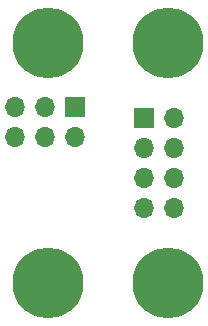
<source format=gbr>
%TF.GenerationSoftware,KiCad,Pcbnew,7.0.7-7.0.7~ubuntu23.04.1*%
%TF.CreationDate,2023-09-20T18:59:07+00:00*%
%TF.ProjectId,FRAM01,4652414d-3031-42e6-9b69-6361645f7063,rev?*%
%TF.SameCoordinates,Original*%
%TF.FileFunction,Soldermask,Top*%
%TF.FilePolarity,Negative*%
%FSLAX46Y46*%
G04 Gerber Fmt 4.6, Leading zero omitted, Abs format (unit mm)*
G04 Created by KiCad (PCBNEW 7.0.7-7.0.7~ubuntu23.04.1) date 2023-09-20 18:59:07*
%MOMM*%
%LPD*%
G01*
G04 APERTURE LIST*
%ADD10R,1.700000X1.700000*%
%ADD11O,1.700000X1.700000*%
%ADD12C,6.000000*%
G04 APERTURE END LIST*
D10*
%TO.C,J1*%
X2286000Y14886000D03*
D11*
X2286000Y12346000D03*
X-254000Y14886000D03*
X-254000Y12346000D03*
X-2794000Y14886000D03*
X-2794000Y12346000D03*
%TD*%
D12*
%TO.C,M4*%
X10160000Y0D03*
%TD*%
%TO.C,M1*%
X0Y20320000D03*
%TD*%
%TO.C,M3*%
X10160000Y20320000D03*
%TD*%
D10*
%TO.C,J2*%
X8128000Y13970000D03*
D11*
X10668000Y13970000D03*
X8128000Y11430000D03*
X10668000Y11430000D03*
X8128000Y8890000D03*
X10668000Y8890000D03*
X8128000Y6350000D03*
X10668000Y6350000D03*
%TD*%
D12*
%TO.C,M2*%
X0Y0D03*
%TD*%
M02*

</source>
